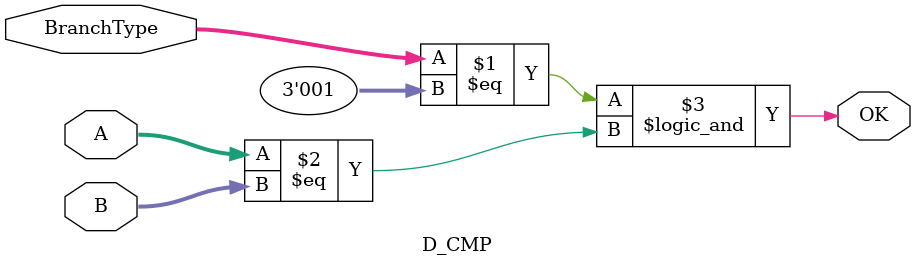
<source format=v>
`timescale 1ns / 1ps
module D_CMP(
    input [31:0] A,
    input [31:0] B,
	 input [2:0] BranchType,
    output OK
    );
    assign OK = (BranchType == 3'd1 && A == B); 
							
endmodule

</source>
